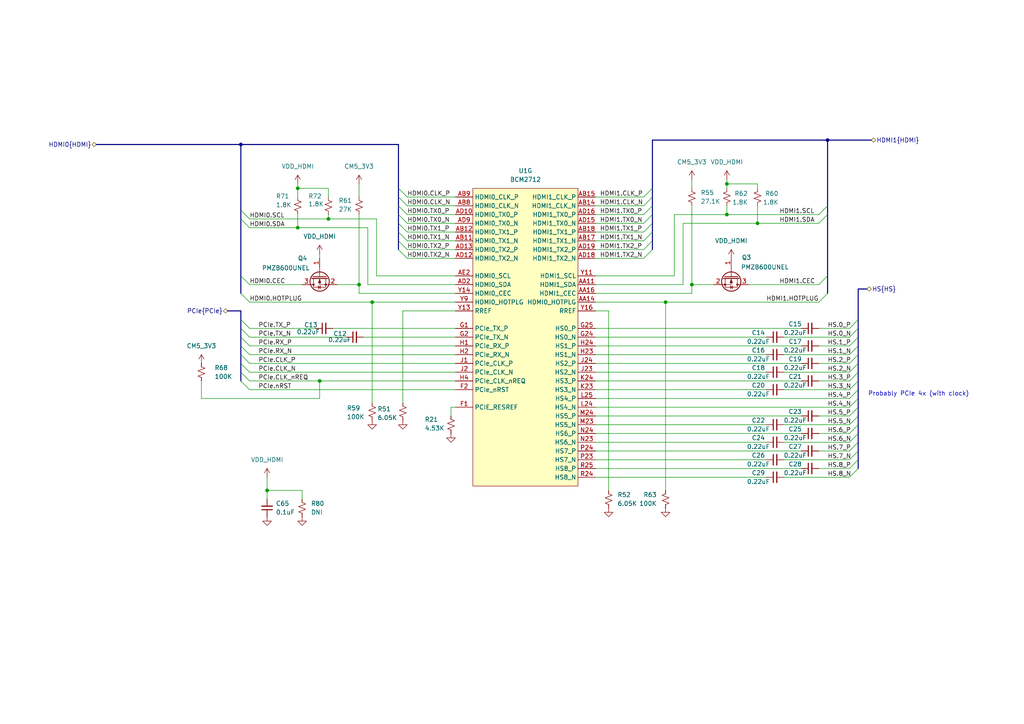
<source format=kicad_sch>
(kicad_sch (version 20250114) (generator "eeschema") (generator_version "9.0")
  (paper "A4")
  (title_block (title "RPi CM5 BCM2712 PCIe and HDMI") (comment 2 "Guaranteed to be inaccurate") (comment 3 "License: CC BY-SA 4.0 (https://creativecommons.org/licenses/by-sa/4.0/)") (comment 4 "Reverse engineered by Tube Time"))
  (bus_alias "HDMI" (members "CLK_P" "CLK_N" "TX0_P" "TX0_N" "TX1_P" "TX1_N" "TX2_P" "TX2_N" "SDA" "SCL" "CEC" "HOTPLUG"))
  (bus_alias "PCIe" (members "TX_P" "TX_N" "RX_P" "RX_N" "CLK_P" "CLK_N" "CLK_nREQ" "nRST"))
  (text "Probably PCIe 4x (with clock)" (at 266.446 114.3 0) (effects (font (size 1.27 1.27))))
  (junction (at 69.85 41.91))
  (junction (at 240.03 40.64))
  (junction (at 210.82 53.34))
  (junction (at 210.82 62.23))
  (junction (at 104.14 82.55))
  (junction (at 86.36 66.04))
  (junction (at 219.71 64.77))
  (junction (at 107.95 87.63))
  (junction (at 200.66 82.55))
  (junction (at 92.71 110.49))
  (junction (at 95.25 63.5))
  (junction (at 86.36 54.61))
  (junction (at 77.47 142.24))
  (junction (at 193.04 87.63))
  (bus_entry (at 69.85 105.41) (size 2.54 2.54))
  (bus_entry (at 248.92 125.73) (size -2.54 2.54))
  (bus_entry (at 240.03 59.69) (size -2.54 2.54))
  (bus_entry (at 248.92 130.81) (size -2.54 2.54))
  (bus_entry (at 240.03 62.23) (size -2.54 2.54))
  (bus_entry (at 248.92 105.41) (size -2.54 2.54))
  (bus_entry (at 248.92 115.57) (size -2.54 2.54))
  (bus_entry (at 248.92 95.25) (size -2.54 2.54))
  (bus_entry (at 248.92 92.71) (size -2.54 2.54))
  (bus_entry (at 69.85 102.87) (size 2.54 2.54))
  (bus_entry (at 248.92 118.11) (size -2.54 2.54))
  (bus_entry (at 69.85 110.49) (size 2.54 2.54))
  (bus_entry (at 69.85 80.01) (size 2.54 2.54))
  (bus_entry (at 69.85 107.95) (size 2.54 2.54))
  (bus_entry (at 115.57 54.61) (size 2.54 2.54))
  (bus_entry (at 69.85 100.33) (size 2.54 2.54))
  (bus_entry (at 189.23 72.39) (size -2.54 2.54))
  (bus_entry (at 248.92 113.03) (size -2.54 2.54))
  (bus_entry (at 248.92 102.87) (size -2.54 2.54))
  (bus_entry (at 248.92 123.19) (size -2.54 2.54))
  (bus_entry (at 248.92 97.79) (size -2.54 2.54))
  (bus_entry (at 240.03 80.01) (size -2.54 2.54))
  (bus_entry (at 189.23 62.23) (size -2.54 2.54))
  (bus_entry (at 189.23 67.31) (size -2.54 2.54))
  (bus_entry (at 248.92 128.27) (size -2.54 2.54))
  (bus_entry (at 69.85 63.5) (size 2.54 2.54))
  (bus_entry (at 69.85 97.79) (size 2.54 2.54))
  (bus_entry (at 115.57 67.31) (size 2.54 2.54))
  (bus_entry (at 69.85 92.71) (size 2.54 2.54))
  (bus_entry (at 189.23 64.77) (size -2.54 2.54))
  (bus_entry (at 248.92 100.33) (size -2.54 2.54))
  (bus_entry (at 189.23 69.85) (size -2.54 2.54))
  (bus_entry (at 115.57 59.69) (size 2.54 2.54))
  (bus_entry (at 69.85 85.09) (size 2.54 2.54))
  (bus_entry (at 189.23 57.15) (size -2.54 2.54))
  (bus_entry (at 248.92 110.49) (size -2.54 2.54))
  (bus_entry (at 248.92 135.89) (size -2.54 2.54))
  (bus_entry (at 115.57 57.15) (size 2.54 2.54))
  (bus_entry (at 248.92 107.95) (size -2.54 2.54))
  (bus_entry (at 115.57 69.85) (size 2.54 2.54))
  (bus_entry (at 69.85 60.96) (size 2.54 2.54))
  (bus_entry (at 248.92 120.65) (size -2.54 2.54))
  (bus_entry (at 189.23 59.69) (size -2.54 2.54))
  (bus_entry (at 115.57 64.77) (size 2.54 2.54))
  (bus_entry (at 189.23 54.61) (size -2.54 2.54))
  (bus_entry (at 115.57 72.39) (size 2.54 2.54))
  (bus_entry (at 240.03 85.09) (size -2.54 2.54))
  (bus_entry (at 69.85 95.25) (size 2.54 2.54))
  (bus_entry (at 248.92 133.35) (size -2.54 2.54))
  (bus_entry (at 115.57 62.23) (size 2.54 2.54))
  (wire (pts (xy 237.49 105.41) (xy 246.38 105.41)))
  (bus (pts (xy 248.92 107.95) (xy 248.92 110.49)))
  (bus (pts (xy 248.92 113.03) (xy 248.92 115.57)))
  (wire (pts (xy 172.72 59.69) (xy 186.69 59.69)))
  (wire (pts (xy 109.22 63.5) (xy 109.22 80.01)))
  (wire (pts (xy 72.39 95.25) (xy 91.44 95.25)))
  (wire (pts (xy 72.39 87.63) (xy 107.95 87.63)))
  (wire (pts (xy 86.36 54.61) (xy 95.25 54.61)))
  (wire (pts (xy 172.72 105.41) (xy 232.41 105.41)))
  (wire (pts (xy 210.82 54.61) (xy 210.82 53.34)))
  (wire (pts (xy 172.72 80.01) (xy 195.58 80.01)))
  (wire (pts (xy 58.42 115.57) (xy 58.42 110.49)))
  (wire (pts (xy 237.49 135.89) (xy 246.38 135.89)))
  (bus (pts (xy 189.23 57.15) (xy 189.23 54.61)))
  (wire (pts (xy 72.39 105.41) (xy 132.08 105.41)))
  (bus (pts (xy 189.23 62.23) (xy 189.23 59.69)))
  (wire (pts (xy 132.08 95.25) (xy 96.52 95.25)))
  (bus (pts (xy 248.92 130.81) (xy 248.92 133.35)))
  (wire (pts (xy 227.33 138.43) (xy 246.38 138.43)))
  (wire (pts (xy 104.14 85.09) (xy 132.08 85.09)))
  (bus (pts (xy 248.92 102.87) (xy 248.92 105.41)))
  (wire (pts (xy 227.33 123.19) (xy 246.38 123.19)))
  (wire (pts (xy 72.39 113.03) (xy 132.08 113.03)))
  (bus (pts (xy 189.23 67.31) (xy 189.23 64.77)))
  (wire (pts (xy 172.72 67.31) (xy 186.69 67.31)))
  (bus (pts (xy 189.23 72.39) (xy 189.23 69.85)))
  (wire (pts (xy 210.82 62.23) (xy 210.82 59.69)))
  (wire (pts (xy 77.47 138.43) (xy 77.47 142.24)))
  (wire (pts (xy 237.49 100.33) (xy 246.38 100.33)))
  (bus (pts (xy 115.57 57.15) (xy 115.57 59.69)))
  (wire (pts (xy 172.72 128.27) (xy 222.25 128.27)))
  (wire (pts (xy 210.82 62.23) (xy 237.49 62.23)))
  (bus (pts (xy 66.04 90.17) (xy 69.85 90.17)))
  (wire (pts (xy 172.72 74.93) (xy 186.69 74.93)))
  (bus (pts (xy 189.23 64.77) (xy 189.23 62.23)))
  (wire (pts (xy 104.14 82.55) (xy 104.14 85.09)))
  (wire (pts (xy 118.11 67.31) (xy 132.08 67.31)))
  (wire (pts (xy 172.72 100.33) (xy 232.41 100.33)))
  (wire (pts (xy 95.25 63.5) (xy 109.22 63.5)))
  (wire (pts (xy 106.68 82.55) (xy 132.08 82.55)))
  (wire (pts (xy 106.68 66.04) (xy 106.68 82.55)))
  (bus (pts (xy 115.57 59.69) (xy 115.57 62.23)))
  (wire (pts (xy 72.39 102.87) (xy 132.08 102.87)))
  (bus (pts (xy 69.85 92.71) (xy 69.85 95.25)))
  (bus (pts (xy 240.03 59.69) (xy 240.03 62.23)))
  (bus (pts (xy 69.85 107.95) (xy 69.85 110.49)))
  (bus (pts (xy 115.57 69.85) (xy 115.57 72.39)))
  (wire (pts (xy 237.49 95.25) (xy 246.38 95.25)))
  (wire (pts (xy 227.33 133.35) (xy 246.38 133.35)))
  (wire (pts (xy 109.22 80.01) (xy 132.08 80.01)))
  (bus (pts (xy 248.92 92.71) (xy 248.92 95.25)))
  (wire (pts (xy 172.72 95.25) (xy 232.41 95.25)))
  (wire (pts (xy 227.33 128.27) (xy 246.38 128.27)))
  (wire (pts (xy 172.72 72.39) (xy 186.69 72.39)))
  (wire (pts (xy 72.39 100.33) (xy 132.08 100.33)))
  (wire (pts (xy 92.71 110.49) (xy 92.71 115.57)))
  (bus (pts (xy 248.92 97.79) (xy 248.92 100.33)))
  (bus (pts (xy 248.92 105.41) (xy 248.92 107.95)))
  (wire (pts (xy 118.11 64.77) (xy 132.08 64.77)))
  (wire (pts (xy 172.72 125.73) (xy 232.41 125.73)))
  (wire (pts (xy 72.39 107.95) (xy 132.08 107.95)))
  (bus (pts (xy 69.85 90.17) (xy 69.85 92.71)))
  (bus (pts (xy 248.92 125.73) (xy 248.92 128.27)))
  (bus (pts (xy 189.23 40.64) (xy 240.03 40.64)))
  (wire (pts (xy 172.72 82.55) (xy 198.12 82.55)))
  (bus (pts (xy 248.92 120.65) (xy 248.92 123.19)))
  (wire (pts (xy 95.25 54.61) (xy 95.25 57.15)))
  (wire (pts (xy 219.71 54.61) (xy 219.71 53.34)))
  (wire (pts (xy 227.33 107.95) (xy 246.38 107.95)))
  (wire (pts (xy 118.11 72.39) (xy 132.08 72.39)))
  (wire (pts (xy 172.72 102.87) (xy 222.25 102.87)))
  (bus (pts (xy 248.92 83.82) (xy 248.92 92.71)))
  (wire (pts (xy 227.33 113.03) (xy 246.38 113.03)))
  (wire (pts (xy 104.14 62.23) (xy 104.14 82.55)))
  (wire (pts (xy 227.33 102.87) (xy 246.38 102.87)))
  (wire (pts (xy 77.47 142.24) (xy 87.63 142.24)))
  (wire (pts (xy 118.11 69.85) (xy 132.08 69.85)))
  (wire (pts (xy 172.72 115.57) (xy 246.38 115.57)))
  (wire (pts (xy 200.66 82.55) (xy 207.01 82.55)))
  (wire (pts (xy 176.53 142.24) (xy 176.53 90.17)))
  (wire (pts (xy 97.79 82.55) (xy 104.14 82.55)))
  (wire (pts (xy 198.12 82.55) (xy 198.12 64.77)))
  (wire (pts (xy 176.53 90.17) (xy 172.72 90.17)))
  (wire (pts (xy 92.71 110.49) (xy 132.08 110.49)))
  (bus (pts (xy 189.23 59.69) (xy 189.23 57.15)))
  (wire (pts (xy 237.49 130.81) (xy 246.38 130.81)))
  (wire (pts (xy 172.72 130.81) (xy 232.41 130.81)))
  (bus (pts (xy 69.85 102.87) (xy 69.85 105.41)))
  (wire (pts (xy 195.58 62.23) (xy 210.82 62.23)))
  (wire (pts (xy 172.72 85.09) (xy 200.66 85.09)))
  (bus (pts (xy 248.92 100.33) (xy 248.92 102.87)))
  (wire (pts (xy 200.66 82.55) (xy 200.66 85.09)))
  (wire (pts (xy 210.82 52.07) (xy 210.82 53.34)))
  (wire (pts (xy 72.39 110.49) (xy 92.71 110.49)))
  (wire (pts (xy 193.04 142.24) (xy 193.04 87.63)))
  (wire (pts (xy 104.14 57.15) (xy 104.14 53.34)))
  (bus (pts (xy 69.85 41.91) (xy 69.85 60.96)))
  (wire (pts (xy 172.72 64.77) (xy 186.69 64.77)))
  (wire (pts (xy 227.33 97.79) (xy 246.38 97.79)))
  (bus (pts (xy 115.57 64.77) (xy 115.57 67.31)))
  (wire (pts (xy 77.47 144.78) (xy 77.47 142.24)))
  (wire (pts (xy 130.81 120.65) (xy 130.81 118.11)))
  (wire (pts (xy 116.84 90.17) (xy 116.84 116.84)))
  (bus (pts (xy 115.57 67.31) (xy 115.57 69.85)))
  (wire (pts (xy 95.25 62.23) (xy 95.25 63.5)))
  (wire (pts (xy 92.71 115.57) (xy 58.42 115.57)))
  (wire (pts (xy 237.49 125.73) (xy 246.38 125.73)))
  (wire (pts (xy 118.11 74.93) (xy 132.08 74.93)))
  (wire (pts (xy 118.11 62.23) (xy 132.08 62.23)))
  (wire (pts (xy 172.72 113.03) (xy 222.25 113.03)))
  (wire (pts (xy 237.49 120.65) (xy 246.38 120.65)))
  (wire (pts (xy 172.72 87.63) (xy 193.04 87.63)))
  (bus (pts (xy 248.92 83.82) (xy 251.46 83.82)))
  (wire (pts (xy 105.41 97.79) (xy 132.08 97.79)))
  (wire (pts (xy 172.72 135.89) (xy 232.41 135.89)))
  (wire (pts (xy 107.95 87.63) (xy 132.08 87.63)))
  (wire (pts (xy 72.39 63.5) (xy 95.25 63.5)))
  (wire (pts (xy 72.39 82.55) (xy 87.63 82.55)))
  (wire (pts (xy 195.58 80.01) (xy 195.58 62.23)))
  (wire (pts (xy 219.71 64.77) (xy 237.49 64.77)))
  (bus (pts (xy 248.92 115.57) (xy 248.92 118.11)))
  (bus (pts (xy 115.57 54.61) (xy 115.57 57.15)))
  (bus (pts (xy 248.92 110.49) (xy 248.92 113.03)))
  (wire (pts (xy 193.04 87.63) (xy 237.49 87.63)))
  (wire (pts (xy 86.36 66.04) (xy 106.68 66.04)))
  (bus (pts (xy 248.92 118.11) (xy 248.92 120.65)))
  (wire (pts (xy 172.72 62.23) (xy 186.69 62.23)))
  (bus (pts (xy 248.92 128.27) (xy 248.92 130.81)))
  (wire (pts (xy 172.72 138.43) (xy 222.25 138.43)))
  (wire (pts (xy 200.66 59.69) (xy 200.66 82.55)))
  (wire (pts (xy 72.39 97.79) (xy 100.33 97.79)))
  (wire (pts (xy 219.71 59.69) (xy 219.71 64.77)))
  (bus (pts (xy 240.03 62.23) (xy 240.03 80.01)))
  (wire (pts (xy 86.36 62.23) (xy 86.36 66.04)))
  (wire (pts (xy 172.72 69.85) (xy 186.69 69.85)))
  (wire (pts (xy 172.72 118.11) (xy 246.38 118.11)))
  (bus (pts (xy 27.94 41.91) (xy 69.85 41.91)))
  (wire (pts (xy 210.82 53.34) (xy 219.71 53.34)))
  (wire (pts (xy 172.72 97.79) (xy 222.25 97.79)))
  (wire (pts (xy 118.11 59.69) (xy 132.08 59.69)))
  (wire (pts (xy 86.36 57.15) (xy 86.36 54.61)))
  (wire (pts (xy 200.66 52.07) (xy 200.66 54.61)))
  (bus (pts (xy 69.85 95.25) (xy 69.85 97.79)))
  (bus (pts (xy 248.92 133.35) (xy 248.92 135.89)))
  (wire (pts (xy 107.95 116.84) (xy 107.95 87.63)))
  (bus (pts (xy 69.85 41.91) (xy 115.57 41.91)))
  (bus (pts (xy 248.92 95.25) (xy 248.92 97.79)))
  (wire (pts (xy 172.72 107.95) (xy 222.25 107.95)))
  (bus (pts (xy 69.85 97.79) (xy 69.85 100.33)))
  (wire (pts (xy 92.71 73.66) (xy 92.71 74.93)))
  (wire (pts (xy 86.36 53.34) (xy 86.36 54.61)))
  (bus (pts (xy 69.85 60.96) (xy 69.85 63.5)))
  (bus (pts (xy 240.03 80.01) (xy 240.03 85.09)))
  (wire (pts (xy 172.72 133.35) (xy 222.25 133.35)))
  (wire (pts (xy 172.72 123.19) (xy 222.25 123.19)))
  (bus (pts (xy 115.57 41.91) (xy 115.57 54.61)))
  (wire (pts (xy 217.17 82.55) (xy 237.49 82.55)))
  (bus (pts (xy 69.85 80.01) (xy 69.85 85.09)))
  (wire (pts (xy 172.72 120.65) (xy 232.41 120.65)))
  (bus (pts (xy 69.85 105.41) (xy 69.85 107.95)))
  (wire (pts (xy 118.11 57.15) (xy 132.08 57.15)))
  (bus (pts (xy 240.03 40.64) (xy 252.73 40.64)))
  (wire (pts (xy 72.39 66.04) (xy 86.36 66.04)))
  (wire (pts (xy 172.72 57.15) (xy 186.69 57.15)))
  (bus (pts (xy 248.92 123.19) (xy 248.92 125.73)))
  (bus (pts (xy 189.23 69.85) (xy 189.23 67.31)))
  (bus (pts (xy 240.03 40.64) (xy 240.03 59.69)))
  (bus (pts (xy 69.85 63.5) (xy 69.85 80.01)))
  (wire (pts (xy 87.63 144.78) (xy 87.63 142.24)))
  (wire (pts (xy 172.72 110.49) (xy 232.41 110.49)))
  (wire (pts (xy 116.84 90.17) (xy 132.08 90.17)))
  (wire (pts (xy 130.81 118.11) (xy 132.08 118.11)))
  (bus (pts (xy 189.23 54.61) (xy 189.23 40.64)))
  (wire (pts (xy 198.12 64.77) (xy 219.71 64.77)))
  (bus (pts (xy 69.85 100.33) (xy 69.85 102.87)))
  (wire (pts (xy 237.49 110.49) (xy 246.38 110.49)))
  (bus (pts (xy 115.57 62.23) (xy 115.57 64.77)))
  (label "HS.1_P" (at 240.03 100.33 0))
  (label "PCIe.TX_P" (at 74.93 95.25 0))
  (label "PCIe.TX_N" (at 74.93 97.79 0))
  (label "PCIe.CLK_N" (at 74.93 107.95 0))
  (label "HS.6_P" (at 240.03 125.73 0))
  (label "HDMI1.SDA" (at 226.06 64.77 0))
  (label "HDMI0.CEC" (at 72.39 82.55 0))
  (label "PCIe.CLK_nREQ" (at 74.93 110.49 0))
  (label "HDMI0.TX0_P" (at 118.11 62.23 0))
  (label "HDMI0.CLK_P" (at 118.11 57.15 0))
  (label "HS.2_N" (at 240.03 107.95 0))
  (label "HS.5_N" (at 240.03 123.19 0))
  (label "HDMI0.CLK_N" (at 118.11 59.69 0))
  (label "HS.8_N" (at 240.03 138.43 0))
  (label "HS.1_N" (at 240.03 102.87 0))
  (label "PCIe.RX_P" (at 74.93 100.33 0))
  (label "HDMI1.TX1_N" (at 173.99 69.85 0))
  (label "HS.8_P" (at 240.03 135.89 0))
  (label "HDMI1.TX2_N" (at 173.99 74.93 0))
  (label "HDMI0.SDA" (at 72.39 66.04 0))
  (label "HS.3_P" (at 240.03 110.49 0))
  (label "PCIe.nRST" (at 74.93 113.03 0))
  (label "HDMI1.TX0_P" (at 173.99 62.23 0))
  (label "HS.6_N" (at 240.03 128.27 0))
  (label "HDMI1.SCL" (at 226.06 62.23 0))
  (label "HS.4_N" (at 240.03 118.11 0))
  (label "HDMI1.TX0_N" (at 173.99 64.77 0))
  (label "PCIe.RX_N" (at 74.93 102.87 0))
  (label "HDMI1.CLK_P" (at 173.99 57.15 0))
  (label "HS.3_N" (at 240.03 113.03 0))
  (label "PCIe.CLK_P" (at 74.93 105.41 0))
  (label "HS.5_P" (at 240.03 120.65 0))
  (label "HDMI0.SCL" (at 72.39 63.5 0))
  (label "HS.7_N" (at 240.03 133.35 0))
  (label "HS.4_P" (at 240.03 115.57 0))
  (label "HS.0_N" (at 240.03 97.79 0))
  (label "HDMI1.CEC" (at 226.06 82.55 0))
  (label "HS.2_P" (at 240.03 105.41 0))
  (label "HDMI0.HOTPLUG" (at 72.39 87.63 0))
  (label "HDMI0.TX1_P" (at 118.11 67.31 0))
  (label "HDMI0.TX2_P" (at 118.11 72.39 0))
  (label "HDMI1.TX2_P" (at 173.99 72.39 0))
  (label "HDMI1.HOTPLUG" (at 222.25 87.63 0))
  (label "HDMI0.TX1_N" (at 118.11 69.85 0))
  (label "HDMI0.TX2_N" (at 118.11 74.93 0))
  (label "HDMI1.TX1_P" (at 173.99 67.31 0))
  (label "HDMI0.TX0_N" (at 118.11 64.77 0))
  (label "HS.0_P" (at 240.03 95.25 0))
  (label "HS.7_P" (at 240.03 130.81 0))
  (label "HDMI1.CLK_N" (at 173.99 59.69 0))
  (hierarchical_label "HDMI0{HDMI}" (shape bidirectional) (at 27.94 41.91 180))
  (hierarchical_label "HS{HS}" (shape bidirectional) (at 251.46 83.82 0))
  (hierarchical_label "PCIe{PCIe}" (shape bidirectional) (at 66.04 90.17 180))
  (hierarchical_label "HDMI1{HDMI}" (shape bidirectional) (at 252.73 40.64 0))
  (symbol (lib_id "Device:C_Small") (at 93.98 95.25 90) (mirror x) (unit 1)
    (property "Reference" "C13" (at 90.17 94.234 90))
    (property "Value" "0.22uF" (at 89.408 96.266 90))
    (property "Footprint" "Capacitor_SMD:C_0201_0603Metric" (effects (hide yes)))
  )
  (symbol (lib_id "Device:C_Small") (at 224.79 128.27 90) (unit 1)
    (property "Reference" "C24" (at 219.964 127 90))
    (property "Value" "0.22uF" (at 219.964 129.54 90))
    (property "Footprint" "Capacitor_SMD:C_0201_0603Metric" (effects (hide yes)))
  )
  (symbol (lib_id "power:+5V") (at 86.36 53.34 0) (unit 1)
    (property "Reference" "#PWR0459" (effects (hide yes)))
    (property "Value" "VDD_HDMI" (at 86.36 48.26 0))
    (property "Description" "Power symbol creates a global label with name \"+5V\"" (effects (hide yes)))
  )
  (symbol (lib_id "Device:C_Small") (at 224.79 113.03 90) (unit 1)
    (property "Reference" "C20" (at 219.964 111.76 90))
    (property "Value" "0.22uF" (at 219.964 114.3 90))
    (property "Footprint" "Capacitor_SMD:C_0201_0603Metric" (effects (hide yes)))
  )
  (symbol (lib_id "power:GND") (at 87.63 149.86 0) (unit 1)
    (property "Reference" "#PWR0103" (effects (hide yes)))
    (property "Value" "GND" (effects (hide yes)))
    (property "Description" "Power symbol creates a global label with name \"GND\" , ground" (effects (hide yes)))
  )
  (symbol (lib_id "power:+3.3V") (at 58.42 105.41 0) (unit 1)
    (property "Reference" "#PWR0482" (effects (hide yes)))
    (property "Value" "CM5_3V3" (at 58.42 100.33 0))
    (property "Description" "Power symbol creates a global label with name \"+3.3V\"" (effects (hide yes)))
  )
  (symbol (lib_id "Device:R_Small_US") (at 193.04 144.78 0) (mirror y) (unit 1)
    (property "Reference" "R63" (at 190.5 143.5099 0) (effects (justify left)))
    (property "Value" "100K" (at 190.5 146.0499 0) (effects (justify left)))
    (property "Footprint" "Resistor_SMD:R_0201_0603Metric" (effects (hide yes)))
  )
  (symbol (lib_id "power:GND") (at 107.95 121.92 0) (unit 1)
    (property "Reference" "#PWR0201" (effects (hide yes)))
    (property "Value" "GND" (effects (hide yes)))
    (property "Description" "Power symbol creates a global label with name \"GND\" , ground" (effects (hide yes)))
  )
  (symbol (lib_id "Device:C_Small") (at 224.79 97.79 90) (unit 1)
    (property "Reference" "C14" (at 219.964 96.52 90))
    (property "Value" "0.22uF" (at 219.964 99.06 90))
    (property "Footprint" "Capacitor_SMD:C_0201_0603Metric" (effects (hide yes)))
  )
  (symbol (lib_id "Device:C_Small") (at 234.95 100.33 90) (unit 1)
    (property "Reference" "C17" (at 230.632 99.06 90))
    (property "Value" "0.22uF" (at 230.632 101.6 90))
    (property "Footprint" "Capacitor_SMD:C_0201_0603Metric" (effects (hide yes)))
  )
  (symbol (lib_id "Device:C_Small") (at 234.95 130.81 90) (unit 1)
    (property "Reference" "C27" (at 230.632 129.54 90))
    (property "Value" "0.22uF" (at 230.632 132.08 90))
    (property "Footprint" "Capacitor_SMD:C_0201_0603Metric" (effects (hide yes)))
  )
  (symbol (lib_id "Device:R_Small_US") (at 219.71 57.15 0) (mirror x) (unit 1)
    (property "Reference" "R60" (at 225.806 56.134 0) (effects (justify right)))
    (property "Value" "1.8K" (at 225.806 58.674 0) (effects (justify right)))
    (property "Footprint" "Resistor_SMD:R_0201_0603Metric" (effects (hide yes)))
  )
  (symbol (lib_id "Transistor_FET_Other:Q_NMOS_Depletion_GSD") (at 212.09 80.01 270) (unit 1)
    (property "Reference" "Q3" (at 215.138 74.676 90) (effects (justify left)))
    (property "Value" "PMZB600UNEL" (at 214.884 77.47 90) (effects (justify left)))
    (property "Footprint" "Active:FEMTO_FET" (effects (hide yes)))
    (property "Datasheet" "https://assets.nexperia.com/documents/data-sheet/PMZB600UNEL.pdf" (effects (hide yes)))
    (property "Description" "Depletion-mode N-channel MOSFET gate/source/drain" (effects (hide yes)))
  )
  (symbol (lib_id "Device:R_Small_US") (at 86.36 59.69 0) (unit 1)
    (property "Reference" "R71" (at 80.01 56.896 0) (effects (justify left)))
    (property "Value" "1.8K" (at 80.01 59.436 0) (effects (justify left)))
    (property "Footprint" "Resistor_SMD:R_0201_0603Metric" (effects (hide yes)))
  )
  (symbol (lib_id "Device:R_Small_US") (at 95.25 59.69 0) (unit 1)
    (property "Reference" "R72" (at 89.408 56.896 0) (effects (justify left)))
    (property "Value" "1.8K" (at 89.408 59.182 0) (effects (justify left)))
    (property "Footprint" "Resistor_SMD:R_0201_0603Metric" (effects (hide yes)))
  )
  (symbol (lib_id "Device:R_Small_US") (at 130.81 123.19 0) (unit 1)
    (property "Reference" "R21" (at 123.19 121.666 0) (effects (justify left)))
    (property "Value" "4.53K" (at 123.19 124.206 0) (effects (justify left)))
    (property "Footprint" "Resistor_SMD:R_0201_0603Metric" (effects (hide yes)))
  )
  (symbol (lib_id "power:+5V") (at 210.82 52.07 0) (unit 1)
    (property "Reference" "#PWR0460" (effects (hide yes)))
    (property "Value" "VDD_HDMI" (at 210.82 46.99 0))
    (property "Description" "Power symbol creates a global label with name \"+5V\"" (effects (hide yes)))
  )
  (symbol (lib_id "Device:R_Small_US") (at 87.63 147.32 0) (unit 1)
    (property "Reference" "R80" (at 90.17 146.0499 0) (effects (justify left)))
    (property "Value" "DNI" (at 90.17 148.5899 0) (effects (justify left)))
    (property "Footprint" "Resistor_SMD:R_0201_0603Metric" (effects (hide yes)))
  )
  (symbol (lib_id "power:GND") (at 116.84 121.92 0) (unit 1)
    (property "Reference" "#PWR0275" (effects (hide yes)))
    (property "Value" "GND" (effects (hide yes)))
    (property "Description" "Power symbol creates a global label with name \"GND\" , ground" (effects (hide yes)))
  )
  (symbol (lib_id "Device:C_Small") (at 224.79 138.43 90) (unit 1)
    (property "Reference" "C29" (at 219.964 137.16 90))
    (property "Value" "0.22uF" (at 219.964 139.7 90))
    (property "Footprint" "Capacitor_SMD:C_0201_0603Metric" (effects (hide yes)))
  )
  (symbol (lib_id "Device:C_Small") (at 234.95 105.41 90) (unit 1)
    (property "Reference" "C19" (at 230.632 104.14 90))
    (property "Value" "0.22uF" (at 230.632 106.68 90))
    (property "Footprint" "Capacitor_SMD:C_0201_0603Metric" (effects (hide yes)))
  )
  (symbol (lib_id "Device:C_Small") (at 224.79 102.87 90) (unit 1)
    (property "Reference" "C16" (at 219.964 101.6 90))
    (property "Value" "0.22uF" (at 219.964 104.14 90))
    (property "Footprint" "Capacitor_SMD:C_0201_0603Metric" (effects (hide yes)))
  )
  (symbol (lib_id "Device:C_Small") (at 234.95 125.73 90) (unit 1)
    (property "Reference" "C25" (at 230.632 124.46 90))
    (property "Value" "0.22uF" (at 230.632 127 90))
    (property "Footprint" "Capacitor_SMD:C_0201_0603Metric" (effects (hide yes)))
  )
  (symbol (lib_id "Device:R_Small_US") (at 176.53 144.78 180) (unit 1)
    (property "Reference" "R52" (at 179.07 143.5099 0) (effects (justify right)))
    (property "Value" "6.05K" (at 179.07 146.0499 0) (effects (justify right)))
    (property "Footprint" "Resistor_SMD:R_0201_0603Metric" (effects (hide yes)))
  )
  (symbol (lib_id "Device:C_Small") (at 224.79 133.35 90) (unit 1)
    (property "Reference" "C26" (at 219.964 132.08 90))
    (property "Value" "0.22uF" (at 219.964 134.62 90))
    (property "Footprint" "Capacitor_SMD:C_0201_0603Metric" (effects (hide yes)))
  )
  (symbol (lib_id "Transistor_FET_Other:Q_NMOS_Depletion_GSD") (at 92.71 80.01 90) (mirror x) (unit 1)
    (property "Reference" "Q4" (at 89.154 74.93 90) (effects (justify left)))
    (property "Value" "PMZB600UNEL" (at 75.946 77.724 90) (effects (justify right)))
    (property "Footprint" "Active:FEMTO_FET" (effects (hide yes)))
    (property "Datasheet" "https://assets.nexperia.com/documents/data-sheet/PMZB600UNEL.pdf" (effects (hide yes)))
    (property "Description" "Depletion-mode N-channel MOSFET gate/source/drain" (effects (hide yes)))
  )
  (symbol (lib_id "Device:C_Small") (at 234.95 135.89 90) (unit 1)
    (property "Reference" "C28" (at 230.632 134.62 90))
    (property "Value" "0.22uF" (at 230.632 137.16 90))
    (property "Footprint" "Capacitor_SMD:C_0201_0603Metric" (effects (hide yes)))
  )
  (symbol (lib_id "power:+5V") (at 212.09 74.93 0) (unit 1)
    (property "Reference" "#PWR0458" (effects (hide yes)))
    (property "Value" "VDD_HDMI" (at 212.09 69.85 0))
    (property "Description" "Power symbol creates a global label with name \"+5V\"" (effects (hide yes)))
  )
  (symbol (lib_id "Device:C_Small") (at 224.79 107.95 90) (unit 1)
    (property "Reference" "C18" (at 219.964 106.68 90))
    (property "Value" "0.22uF" (at 219.964 109.22 90))
    (property "Footprint" "Capacitor_SMD:C_0201_0603Metric" (effects (hide yes)))
  )
  (symbol (lib_id "Device:C_Small") (at 234.95 120.65 90) (unit 1)
    (property "Reference" "C23" (at 230.632 119.38 90))
    (property "Value" "0.22uF" (at 230.632 121.92 90))
    (property "Footprint" "Capacitor_SMD:C_0201_0603Metric" (effects (hide yes)))
  )
  (symbol (lib_id "power:GND") (at 176.53 147.32 0) (unit 1)
    (property "Reference" "#PWR0274" (effects (hide yes)))
    (property "Value" "GND" (effects (hide yes)))
    (property "Description" "Power symbol creates a global label with name \"GND\" , ground" (effects (hide yes)))
  )
  (symbol (lib_id "power:GND") (at 130.81 125.73 0) (unit 1)
    (property "Reference" "#PWR0176" (effects (hide yes)))
    (property "Value" "GND" (effects (hide yes)))
    (property "Description" "Power symbol creates a global label with name \"GND\" , ground" (effects (hide yes)))
  )
  (symbol (lib_id "Device:C_Small") (at 77.47 147.32 180) (unit 1)
    (property "Reference" "C65" (at 80.01 146.0435 0) (effects (justify right)))
    (property "Value" "0.1uF" (at 80.01 148.5835 0) (effects (justify right)))
    (property "Footprint" "Capacitor_SMD:C_0201_0603Metric" (effects (hide yes)))
  )
  (symbol (lib_id "Device:C_Small") (at 224.79 123.19 90) (unit 1)
    (property "Reference" "C22" (at 219.964 121.92 90))
    (property "Value" "0.22uF" (at 219.964 124.46 90))
    (property "Footprint" "Capacitor_SMD:C_0201_0603Metric" (effects (hide yes)))
  )
  (symbol (lib_id "Device:R_Small_US") (at 104.14 59.69 180) (unit 1)
    (property "Reference" "R61" (at 102.108 58.166 0) (effects (justify left)))
    (property "Value" "27K" (at 102.108 60.706 0) (effects (justify left)))
    (property "Footprint" "Resistor_SMD:R_0201_0603Metric" (effects (hide yes)))
  )
  (symbol (lib_id "Device:C_Small") (at 234.95 95.25 90) (unit 1)
    (property "Reference" "C15" (at 230.632 93.98 90))
    (property "Value" "0.22uF" (at 230.632 96.52 90))
    (property "Footprint" "Capacitor_SMD:C_0201_0603Metric" (effects (hide yes)))
  )
  (symbol (lib_id "Device:R_Small_US") (at 107.95 119.38 180) (unit 1)
    (property "Reference" "R59" (at 100.584 118.364 0) (effects (justify right)))
    (property "Value" "100K" (at 100.584 120.904 0) (effects (justify right)))
    (property "Footprint" "Resistor_SMD:R_0201_0603Metric" (effects (hide yes)))
  )
  (symbol (lib_id "power:GND") (at 77.47 149.86 0) (unit 1)
    (property "Reference" "#PWR0146" (effects (hide yes)))
    (property "Value" "GND" (effects (hide yes)))
    (property "Description" "Power symbol creates a global label with name \"GND\" , ground" (effects (hide yes)))
  )
  (symbol (lib_id "power:+5V") (at 92.71 73.66 0) (unit 1)
    (property "Reference" "#PWR0457" (effects (hide yes)))
    (property "Value" "VDD_HDMI" (at 92.71 68.58 0))
    (property "Description" "Power symbol creates a global label with name \"+5V\"" (effects (hide yes)))
  )
  (symbol (lib_id "Device:R_Small_US") (at 200.66 57.15 180) (unit 1)
    (property "Reference" "R55" (at 203.2 55.8799 0) (effects (justify right)))
    (property "Value" "27.1K" (at 203.2 58.4199 0) (effects (justify right)))
    (property "Footprint" "Resistor_SMD:R_0201_0603Metric" (effects (hide yes)))
  )
  (symbol (lib_id "power:+3.3V") (at 200.66 52.07 0) (unit 1)
    (property "Reference" "#PWR0431" (effects (hide yes)))
    (property "Value" "CM5_3V3" (at 200.66 46.99 0))
    (property "Description" "Power symbol creates a global label with name \"+3.3V\"" (effects (hide yes)))
  )
  (symbol (lib_id "power:+5V") (at 77.47 138.43 0) (unit 1)
    (property "Reference" "#PWR0455" (effects (hide yes)))
    (property "Value" "VDD_HDMI" (at 77.47 133.35 0))
    (property "Description" "Power symbol creates a global label with name \"+5V\"" (effects (hide yes)))
  )
  (symbol (lib_id "Device:C_Small") (at 102.87 97.79 90) (mirror x) (unit 1)
    (property "Reference" "C12" (at 100.584 96.774 90) (effects (justify left)))
    (property "Value" "0.22uF" (at 101.854 98.552 90) (effects (justify left)))
    (property "Footprint" "Capacitor_SMD:C_0201_0603Metric" (effects (hide yes)))
  )
  (symbol (lib_id "Device:R_Small_US") (at 116.84 119.38 0) (unit 1)
    (property "Reference" "R51" (at 109.474 118.618 0) (effects (justify left)))
    (property "Value" "6.05K" (at 109.474 121.158 0) (effects (justify left)))
    (property "Footprint" "Resistor_SMD:R_0201_0603Metric" (effects (hide yes)))
  )
  (symbol (lib_id "Device:R_Small_US") (at 58.42 107.95 180) (unit 1)
    (property "Reference" "R68" (at 62.23 106.6799 0) (effects (justify right)))
    (property "Value" "100K" (at 62.23 109.2199 0) (effects (justify right)))
    (property "Footprint" "Resistor_SMD:R_0201_0603Metric" (effects (hide yes)))
  )
  (symbol (lib_id "Device:C_Small") (at 234.95 110.49 90) (unit 1)
    (property "Reference" "C21" (at 230.632 109.22 90))
    (property "Value" "0.22uF" (at 230.632 111.76 90))
    (property "Footprint" "Capacitor_SMD:C_0201_0603Metric" (effects (hide yes)))
  )
  (symbol (lib_id "power:GND") (at 193.04 147.32 0) (mirror y) (unit 1)
    (property "Reference" "#PWR0116" (effects (hide yes)))
    (property "Value" "GND" (effects (hide yes)))
    (property "Description" "Power symbol creates a global label with name \"GND\" , ground" (effects (hide yes)))
  )
  (symbol (lib_id "CM5:BCM2712") (at 137.16 54.61 0) (unit 7)
    (property "Reference" "U1" (at 152.4 49.53 0))
    (property "Value" "BCM2712" (at 152.4 52.07 0))
    (property "Footprint" "Active:BGA-586_25x25_17.0x17.0mm" (effects (hide yes)))
  )
  (symbol (lib_id "Device:R_Small_US") (at 210.82 57.15 0) (mirror y) (unit 1)
    (property "Reference" "R62" (at 216.916 56.134 0) (effects (justify left)))
    (property "Value" "1.8K" (at 216.916 58.674 0) (effects (justify left)))
    (property "Footprint" "Resistor_SMD:R_0201_0603Metric" (effects (hide yes)))
  )
  (symbol (lib_id "power:+3.3V") (at 104.14 53.34 0) (unit 1)
    (property "Reference" "#PWR0432" (effects (hide yes)))
    (property "Value" "CM5_3V3" (at 104.14 48.26 0))
    (property "Description" "Power symbol creates a global label with name \"+3.3V\"" (effects (hide yes)))
  )
)
</source>
